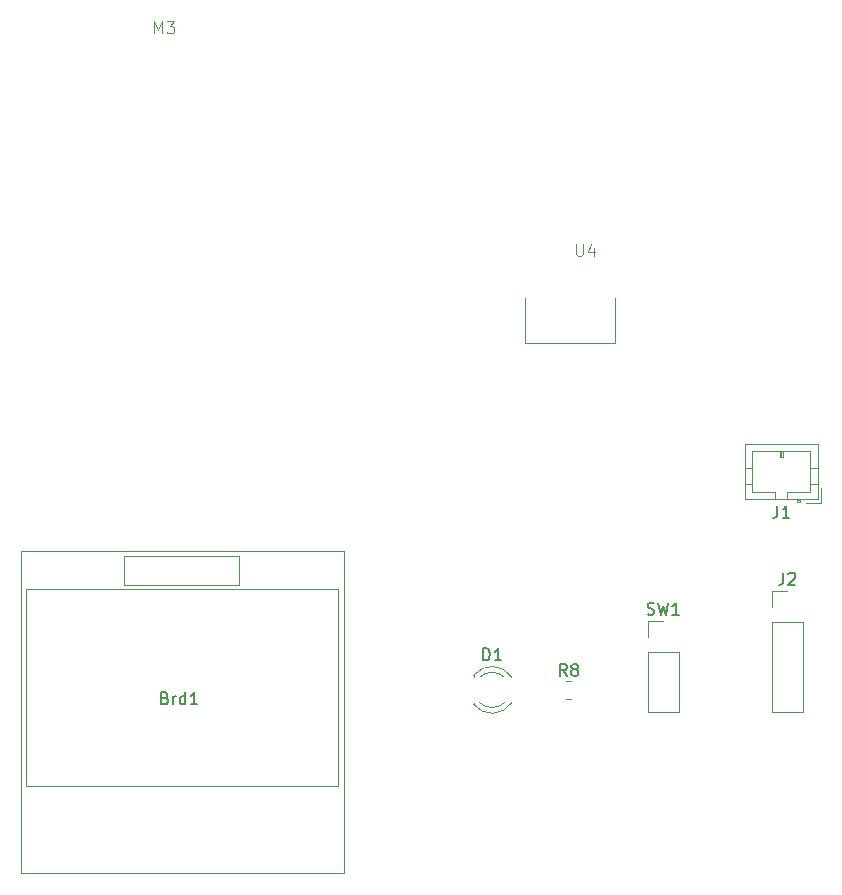
<source format=gbr>
%TF.GenerationSoftware,KiCad,Pcbnew,8.0.7*%
%TF.CreationDate,2025-02-27T15:03:55-08:00*%
%TF.ProjectId,514finalpcbdesign,35313466-696e-4616-9c70-636264657369,rev?*%
%TF.SameCoordinates,Original*%
%TF.FileFunction,Legend,Top*%
%TF.FilePolarity,Positive*%
%FSLAX46Y46*%
G04 Gerber Fmt 4.6, Leading zero omitted, Abs format (unit mm)*
G04 Created by KiCad (PCBNEW 8.0.7) date 2025-02-27 15:03:55*
%MOMM*%
%LPD*%
G01*
G04 APERTURE LIST*
%ADD10C,0.150000*%
%ADD11C,0.100000*%
%ADD12C,0.120000*%
G04 APERTURE END LIST*
D10*
X176069193Y-94987346D02*
X176069193Y-95701631D01*
X176069193Y-95701631D02*
X176021574Y-95844488D01*
X176021574Y-95844488D02*
X175926336Y-95939727D01*
X175926336Y-95939727D02*
X175783479Y-95987346D01*
X175783479Y-95987346D02*
X175688241Y-95987346D01*
X176497765Y-95082584D02*
X176545384Y-95034965D01*
X176545384Y-95034965D02*
X176640622Y-94987346D01*
X176640622Y-94987346D02*
X176878717Y-94987346D01*
X176878717Y-94987346D02*
X176973955Y-95034965D01*
X176973955Y-95034965D02*
X177021574Y-95082584D01*
X177021574Y-95082584D02*
X177069193Y-95177822D01*
X177069193Y-95177822D02*
X177069193Y-95273060D01*
X177069193Y-95273060D02*
X177021574Y-95415917D01*
X177021574Y-95415917D02*
X176450146Y-95987346D01*
X176450146Y-95987346D02*
X177069193Y-95987346D01*
X157735860Y-103707346D02*
X157402527Y-103231155D01*
X157164432Y-103707346D02*
X157164432Y-102707346D01*
X157164432Y-102707346D02*
X157545384Y-102707346D01*
X157545384Y-102707346D02*
X157640622Y-102754965D01*
X157640622Y-102754965D02*
X157688241Y-102802584D01*
X157688241Y-102802584D02*
X157735860Y-102897822D01*
X157735860Y-102897822D02*
X157735860Y-103040679D01*
X157735860Y-103040679D02*
X157688241Y-103135917D01*
X157688241Y-103135917D02*
X157640622Y-103183536D01*
X157640622Y-103183536D02*
X157545384Y-103231155D01*
X157545384Y-103231155D02*
X157164432Y-103231155D01*
X158307289Y-103135917D02*
X158212051Y-103088298D01*
X158212051Y-103088298D02*
X158164432Y-103040679D01*
X158164432Y-103040679D02*
X158116813Y-102945441D01*
X158116813Y-102945441D02*
X158116813Y-102897822D01*
X158116813Y-102897822D02*
X158164432Y-102802584D01*
X158164432Y-102802584D02*
X158212051Y-102754965D01*
X158212051Y-102754965D02*
X158307289Y-102707346D01*
X158307289Y-102707346D02*
X158497765Y-102707346D01*
X158497765Y-102707346D02*
X158593003Y-102754965D01*
X158593003Y-102754965D02*
X158640622Y-102802584D01*
X158640622Y-102802584D02*
X158688241Y-102897822D01*
X158688241Y-102897822D02*
X158688241Y-102945441D01*
X158688241Y-102945441D02*
X158640622Y-103040679D01*
X158640622Y-103040679D02*
X158593003Y-103088298D01*
X158593003Y-103088298D02*
X158497765Y-103135917D01*
X158497765Y-103135917D02*
X158307289Y-103135917D01*
X158307289Y-103135917D02*
X158212051Y-103183536D01*
X158212051Y-103183536D02*
X158164432Y-103231155D01*
X158164432Y-103231155D02*
X158116813Y-103326393D01*
X158116813Y-103326393D02*
X158116813Y-103516869D01*
X158116813Y-103516869D02*
X158164432Y-103612107D01*
X158164432Y-103612107D02*
X158212051Y-103659727D01*
X158212051Y-103659727D02*
X158307289Y-103707346D01*
X158307289Y-103707346D02*
X158497765Y-103707346D01*
X158497765Y-103707346D02*
X158593003Y-103659727D01*
X158593003Y-103659727D02*
X158640622Y-103612107D01*
X158640622Y-103612107D02*
X158688241Y-103516869D01*
X158688241Y-103516869D02*
X158688241Y-103326393D01*
X158688241Y-103326393D02*
X158640622Y-103231155D01*
X158640622Y-103231155D02*
X158593003Y-103183536D01*
X158593003Y-103183536D02*
X158497765Y-103135917D01*
X123735860Y-105587536D02*
X123878717Y-105635155D01*
X123878717Y-105635155D02*
X123926336Y-105682774D01*
X123926336Y-105682774D02*
X123973955Y-105778012D01*
X123973955Y-105778012D02*
X123973955Y-105920869D01*
X123973955Y-105920869D02*
X123926336Y-106016107D01*
X123926336Y-106016107D02*
X123878717Y-106063727D01*
X123878717Y-106063727D02*
X123783479Y-106111346D01*
X123783479Y-106111346D02*
X123402527Y-106111346D01*
X123402527Y-106111346D02*
X123402527Y-105111346D01*
X123402527Y-105111346D02*
X123735860Y-105111346D01*
X123735860Y-105111346D02*
X123831098Y-105158965D01*
X123831098Y-105158965D02*
X123878717Y-105206584D01*
X123878717Y-105206584D02*
X123926336Y-105301822D01*
X123926336Y-105301822D02*
X123926336Y-105397060D01*
X123926336Y-105397060D02*
X123878717Y-105492298D01*
X123878717Y-105492298D02*
X123831098Y-105539917D01*
X123831098Y-105539917D02*
X123735860Y-105587536D01*
X123735860Y-105587536D02*
X123402527Y-105587536D01*
X124402527Y-106111346D02*
X124402527Y-105444679D01*
X124402527Y-105635155D02*
X124450146Y-105539917D01*
X124450146Y-105539917D02*
X124497765Y-105492298D01*
X124497765Y-105492298D02*
X124593003Y-105444679D01*
X124593003Y-105444679D02*
X124688241Y-105444679D01*
X125450146Y-106111346D02*
X125450146Y-105111346D01*
X125450146Y-106063727D02*
X125354908Y-106111346D01*
X125354908Y-106111346D02*
X125164432Y-106111346D01*
X125164432Y-106111346D02*
X125069194Y-106063727D01*
X125069194Y-106063727D02*
X125021575Y-106016107D01*
X125021575Y-106016107D02*
X124973956Y-105920869D01*
X124973956Y-105920869D02*
X124973956Y-105635155D01*
X124973956Y-105635155D02*
X125021575Y-105539917D01*
X125021575Y-105539917D02*
X125069194Y-105492298D01*
X125069194Y-105492298D02*
X125164432Y-105444679D01*
X125164432Y-105444679D02*
X125354908Y-105444679D01*
X125354908Y-105444679D02*
X125450146Y-105492298D01*
X126450146Y-106111346D02*
X125878718Y-106111346D01*
X126164432Y-106111346D02*
X126164432Y-105111346D01*
X126164432Y-105111346D02*
X126069194Y-105254203D01*
X126069194Y-105254203D02*
X125973956Y-105349441D01*
X125973956Y-105349441D02*
X125878718Y-105397060D01*
D11*
X158530622Y-67159946D02*
X158530622Y-67969469D01*
X158530622Y-67969469D02*
X158578241Y-68064707D01*
X158578241Y-68064707D02*
X158625860Y-68112327D01*
X158625860Y-68112327D02*
X158721098Y-68159946D01*
X158721098Y-68159946D02*
X158911574Y-68159946D01*
X158911574Y-68159946D02*
X159006812Y-68112327D01*
X159006812Y-68112327D02*
X159054431Y-68064707D01*
X159054431Y-68064707D02*
X159102050Y-67969469D01*
X159102050Y-67969469D02*
X159102050Y-67159946D01*
X160006812Y-67493279D02*
X160006812Y-68159946D01*
X159768717Y-67112327D02*
X159530622Y-67826612D01*
X159530622Y-67826612D02*
X160149669Y-67826612D01*
X122823003Y-49309946D02*
X122823003Y-48309946D01*
X122823003Y-48309946D02*
X123156336Y-49024231D01*
X123156336Y-49024231D02*
X123489669Y-48309946D01*
X123489669Y-48309946D02*
X123489669Y-49309946D01*
X123870622Y-48309946D02*
X124489669Y-48309946D01*
X124489669Y-48309946D02*
X124156336Y-48690898D01*
X124156336Y-48690898D02*
X124299193Y-48690898D01*
X124299193Y-48690898D02*
X124394431Y-48738517D01*
X124394431Y-48738517D02*
X124442050Y-48786136D01*
X124442050Y-48786136D02*
X124489669Y-48881374D01*
X124489669Y-48881374D02*
X124489669Y-49119469D01*
X124489669Y-49119469D02*
X124442050Y-49214707D01*
X124442050Y-49214707D02*
X124394431Y-49262327D01*
X124394431Y-49262327D02*
X124299193Y-49309946D01*
X124299193Y-49309946D02*
X124013479Y-49309946D01*
X124013479Y-49309946D02*
X123918241Y-49262327D01*
X123918241Y-49262327D02*
X123870622Y-49214707D01*
D10*
X164569194Y-98479727D02*
X164712051Y-98527346D01*
X164712051Y-98527346D02*
X164950146Y-98527346D01*
X164950146Y-98527346D02*
X165045384Y-98479727D01*
X165045384Y-98479727D02*
X165093003Y-98432107D01*
X165093003Y-98432107D02*
X165140622Y-98336869D01*
X165140622Y-98336869D02*
X165140622Y-98241631D01*
X165140622Y-98241631D02*
X165093003Y-98146393D01*
X165093003Y-98146393D02*
X165045384Y-98098774D01*
X165045384Y-98098774D02*
X164950146Y-98051155D01*
X164950146Y-98051155D02*
X164759670Y-98003536D01*
X164759670Y-98003536D02*
X164664432Y-97955917D01*
X164664432Y-97955917D02*
X164616813Y-97908298D01*
X164616813Y-97908298D02*
X164569194Y-97813060D01*
X164569194Y-97813060D02*
X164569194Y-97717822D01*
X164569194Y-97717822D02*
X164616813Y-97622584D01*
X164616813Y-97622584D02*
X164664432Y-97574965D01*
X164664432Y-97574965D02*
X164759670Y-97527346D01*
X164759670Y-97527346D02*
X164997765Y-97527346D01*
X164997765Y-97527346D02*
X165140622Y-97574965D01*
X165473956Y-97527346D02*
X165712051Y-98527346D01*
X165712051Y-98527346D02*
X165902527Y-97813060D01*
X165902527Y-97813060D02*
X166093003Y-98527346D01*
X166093003Y-98527346D02*
X166331099Y-97527346D01*
X167235860Y-98527346D02*
X166664432Y-98527346D01*
X166950146Y-98527346D02*
X166950146Y-97527346D01*
X166950146Y-97527346D02*
X166854908Y-97670203D01*
X166854908Y-97670203D02*
X166759670Y-97765441D01*
X166759670Y-97765441D02*
X166664432Y-97813060D01*
X150664432Y-102397346D02*
X150664432Y-101397346D01*
X150664432Y-101397346D02*
X150902527Y-101397346D01*
X150902527Y-101397346D02*
X151045384Y-101444965D01*
X151045384Y-101444965D02*
X151140622Y-101540203D01*
X151140622Y-101540203D02*
X151188241Y-101635441D01*
X151188241Y-101635441D02*
X151235860Y-101825917D01*
X151235860Y-101825917D02*
X151235860Y-101968774D01*
X151235860Y-101968774D02*
X151188241Y-102159250D01*
X151188241Y-102159250D02*
X151140622Y-102254488D01*
X151140622Y-102254488D02*
X151045384Y-102349727D01*
X151045384Y-102349727D02*
X150902527Y-102397346D01*
X150902527Y-102397346D02*
X150664432Y-102397346D01*
X152188241Y-102397346D02*
X151616813Y-102397346D01*
X151902527Y-102397346D02*
X151902527Y-101397346D01*
X151902527Y-101397346D02*
X151807289Y-101540203D01*
X151807289Y-101540203D02*
X151712051Y-101635441D01*
X151712051Y-101635441D02*
X151616813Y-101683060D01*
X175569193Y-89307346D02*
X175569193Y-90021631D01*
X175569193Y-90021631D02*
X175521574Y-90164488D01*
X175521574Y-90164488D02*
X175426336Y-90259727D01*
X175426336Y-90259727D02*
X175283479Y-90307346D01*
X175283479Y-90307346D02*
X175188241Y-90307346D01*
X176569193Y-90307346D02*
X175997765Y-90307346D01*
X176283479Y-90307346D02*
X176283479Y-89307346D01*
X176283479Y-89307346D02*
X176188241Y-89450203D01*
X176188241Y-89450203D02*
X176093003Y-89545441D01*
X176093003Y-89545441D02*
X175997765Y-89593060D01*
D12*
%TO.C,J2*%
X175072527Y-96532527D02*
X176402527Y-96532527D01*
X175072527Y-97862527D02*
X175072527Y-96532527D01*
X175072527Y-99132527D02*
X175072527Y-106812527D01*
X175072527Y-99132527D02*
X177732527Y-99132527D01*
X175072527Y-106812527D02*
X177732527Y-106812527D01*
X177732527Y-99132527D02*
X177732527Y-106812527D01*
%TO.C,R8*%
X157675463Y-104167527D02*
X158129591Y-104167527D01*
X157675463Y-105637527D02*
X158129591Y-105637527D01*
%TO.C,Brd1*%
X111502527Y-93102527D02*
X138902527Y-93102527D01*
X111502527Y-120402527D02*
X111502527Y-93102527D01*
X111924527Y-96397527D02*
X135024527Y-96397527D01*
X111924527Y-112997527D02*
X111924527Y-96397527D01*
X120203527Y-93591527D02*
X120203527Y-96004527D01*
X120203527Y-93591527D02*
X129982527Y-93591527D01*
X129982527Y-93591527D02*
X129982527Y-96004527D01*
X129982527Y-96004527D02*
X120203527Y-96004527D01*
X135024527Y-96397527D02*
X138110527Y-96397527D01*
X135024527Y-112997527D02*
X111924527Y-112997527D01*
X135024527Y-112997527D02*
X138364527Y-113022527D01*
X138364527Y-96385527D02*
X138110527Y-96397527D01*
X138364527Y-113022527D02*
X138364527Y-96385527D01*
X138902527Y-93102527D02*
X138902527Y-120402527D01*
X138902527Y-120402527D02*
X111502527Y-120402527D01*
D11*
%TO.C,U4*%
X154212527Y-71742527D02*
X154212527Y-75552527D01*
X154212527Y-75552527D02*
X161832527Y-75552527D01*
X161832527Y-75552527D02*
X161832527Y-71742527D01*
D12*
%TO.C,SW1*%
X164572527Y-99072527D02*
X165902527Y-99072527D01*
X164572527Y-100402527D02*
X164572527Y-99072527D01*
X164572527Y-101672527D02*
X164572527Y-106812527D01*
X164572527Y-101672527D02*
X167232527Y-101672527D01*
X164572527Y-106812527D02*
X167232527Y-106812527D01*
X167232527Y-101672527D02*
X167232527Y-106812527D01*
%TO.C,D1*%
X149842527Y-103666527D02*
X149842527Y-103822527D01*
X149842527Y-105982527D02*
X149842527Y-106138527D01*
X149842527Y-103667011D02*
G75*
G02*
X153073924Y-103822466I1560000J-1235516D01*
G01*
X150361566Y-103822527D02*
G75*
G02*
X152443437Y-103822478I1040961J-1080000D01*
G01*
X152443437Y-105982576D02*
G75*
G02*
X150361566Y-105982527I-1040910J1080049D01*
G01*
X153073924Y-105982588D02*
G75*
G02*
X149842527Y-106138043I-1671397J1080061D01*
G01*
%TO.C,J1*%
X172842527Y-84042527D02*
X172842527Y-88762527D01*
X172842527Y-86152527D02*
X173452527Y-86152527D01*
X172842527Y-87452527D02*
X173452527Y-87452527D01*
X172842527Y-88762527D02*
X178962527Y-88762527D01*
X173452527Y-84652527D02*
X173452527Y-88152527D01*
X173452527Y-88152527D02*
X175402527Y-88152527D01*
X175402527Y-88152527D02*
X175402527Y-88762527D01*
X175802527Y-85152527D02*
X175802527Y-84652527D01*
X175902527Y-84652527D02*
X175902527Y-85152527D01*
X176002527Y-84652527D02*
X176002527Y-85152527D01*
X176002527Y-85152527D02*
X175802527Y-85152527D01*
X176402527Y-88152527D02*
X178352527Y-88152527D01*
X176402527Y-88762527D02*
X176402527Y-88152527D01*
X177202527Y-88762527D02*
X177202527Y-88962527D01*
X177202527Y-88862527D02*
X177502527Y-88862527D01*
X177202527Y-88962527D02*
X177502527Y-88962527D01*
X177502527Y-88962527D02*
X177502527Y-88762527D01*
X178012527Y-89062527D02*
X179262527Y-89062527D01*
X178352527Y-84652527D02*
X173452527Y-84652527D01*
X178352527Y-88152527D02*
X178352527Y-84652527D01*
X178962527Y-84042527D02*
X172842527Y-84042527D01*
X178962527Y-86152527D02*
X178352527Y-86152527D01*
X178962527Y-87452527D02*
X178352527Y-87452527D01*
X178962527Y-88762527D02*
X178962527Y-84042527D01*
X179262527Y-89062527D02*
X179262527Y-87812527D01*
%TD*%
M02*

</source>
